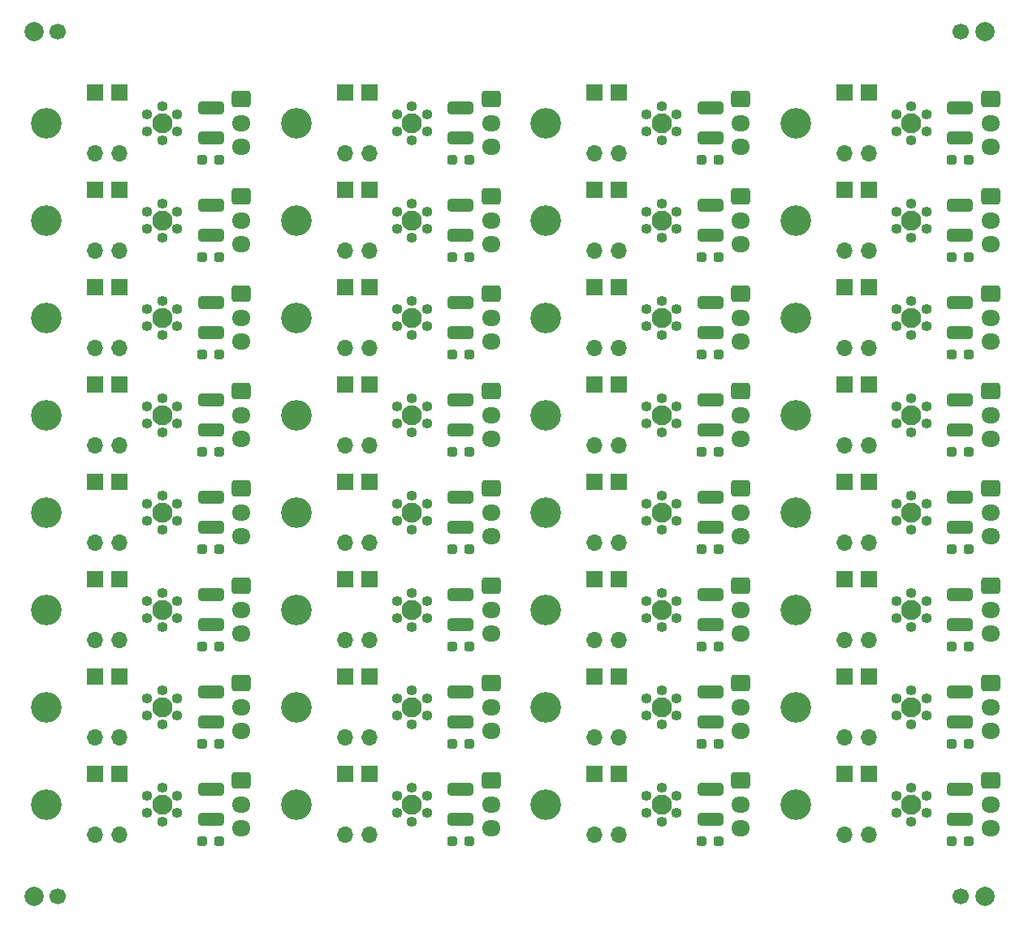
<source format=gbr>
%TF.GenerationSoftware,KiCad,Pcbnew,8.0.8*%
%TF.CreationDate,2025-02-21T18:04:56+11:00*%
%TF.ProjectId,panel,70616e65-6c2e-46b6-9963-61645f706362,rev?*%
%TF.SameCoordinates,Original*%
%TF.FileFunction,Soldermask,Top*%
%TF.FilePolarity,Negative*%
%FSLAX46Y46*%
G04 Gerber Fmt 4.6, Leading zero omitted, Abs format (unit mm)*
G04 Created by KiCad (PCBNEW 8.0.8) date 2025-02-21 18:04:56*
%MOMM*%
%LPD*%
G01*
G04 APERTURE LIST*
G04 Aperture macros list*
%AMRoundRect*
0 Rectangle with rounded corners*
0 $1 Rounding radius*
0 $2 $3 $4 $5 $6 $7 $8 $9 X,Y pos of 4 corners*
0 Add a 4 corners polygon primitive as box body*
4,1,4,$2,$3,$4,$5,$6,$7,$8,$9,$2,$3,0*
0 Add four circle primitives for the rounded corners*
1,1,$1+$1,$2,$3*
1,1,$1+$1,$4,$5*
1,1,$1+$1,$6,$7*
1,1,$1+$1,$8,$9*
0 Add four rect primitives between the rounded corners*
20,1,$1+$1,$2,$3,$4,$5,0*
20,1,$1+$1,$4,$5,$6,$7,0*
20,1,$1+$1,$6,$7,$8,$9,0*
20,1,$1+$1,$8,$9,$2,$3,0*%
G04 Aperture macros list end*
%ADD10O,1.100000X1.100000*%
%ADD11C,3.200000*%
%ADD12O,1.700000X1.700000*%
%ADD13R,1.700000X1.700000*%
%ADD14RoundRect,0.237500X0.287500X0.237500X-0.287500X0.237500X-0.287500X-0.237500X0.287500X-0.237500X0*%
%ADD15RoundRect,0.250000X-1.075000X0.400000X-1.075000X-0.400000X1.075000X-0.400000X1.075000X0.400000X0*%
%ADD16C,2.000000*%
%ADD17C,1.700000*%
%ADD18RoundRect,0.250000X-0.725000X0.600000X-0.725000X-0.600000X0.725000X-0.600000X0.725000X0.600000X0*%
%ADD19O,1.950000X1.700000*%
%ADD20C,2.100000*%
G04 APERTURE END LIST*
D10*
%TO.C,H2*%
X162816155Y-81979500D03*
X162816155Y-83779500D03*
X164375000Y-81079500D03*
X164375000Y-84679500D03*
X165933845Y-81979500D03*
X165933845Y-83779499D03*
%TD*%
D11*
%TO.C,H1*%
X100240000Y-32079500D03*
%TD*%
D12*
%TO.C,J9*%
X131350000Y-86054500D03*
X133890000Y-86054500D03*
%TD*%
D10*
%TO.C,H2*%
X136781155Y-41339500D03*
X136781155Y-43139500D03*
X138340000Y-40439500D03*
X138340000Y-44039500D03*
X139898845Y-41339500D03*
X139898845Y-43139499D03*
%TD*%
D11*
%TO.C,H1*%
X152310000Y-32079500D03*
%TD*%
D13*
%TO.C,J8*%
X131350000Y-39064500D03*
X133890000Y-39064500D03*
%TD*%
D10*
%TO.C,H2*%
X136781155Y-71819500D03*
X136781155Y-73619500D03*
X138340000Y-70919500D03*
X138340000Y-74519500D03*
X139898845Y-71819500D03*
X139898845Y-73619499D03*
%TD*%
D12*
%TO.C,J9*%
X157385000Y-45414500D03*
X159925000Y-45414500D03*
%TD*%
D10*
%TO.C,H2*%
X110746155Y-41339500D03*
X110746155Y-43139500D03*
X112305000Y-40439500D03*
X112305000Y-44039500D03*
X113863845Y-41339500D03*
X113863845Y-43139499D03*
%TD*%
D14*
%TO.C,D1*%
X144295000Y-66369500D03*
X142545000Y-66369500D03*
%TD*%
D11*
%TO.C,H1*%
X152310000Y-72719500D03*
%TD*%
%TO.C,H1*%
X178345000Y-42239500D03*
%TD*%
D14*
%TO.C,D1*%
X196365000Y-76529500D03*
X194615000Y-76529500D03*
%TD*%
D12*
%TO.C,J9*%
X105315000Y-55574500D03*
X107855000Y-55574500D03*
%TD*%
D15*
%TO.C,R1*%
X169455000Y-61009500D03*
X169455000Y-64109500D03*
%TD*%
D14*
%TO.C,D1*%
X118260000Y-66369500D03*
X116510000Y-66369500D03*
%TD*%
%TO.C,D1*%
X144295000Y-96849500D03*
X142545000Y-96849500D03*
%TD*%
D16*
%TO.C,KiKit_TO_1*%
X98930000Y-22500000D03*
%TD*%
D10*
%TO.C,H2*%
X136781155Y-102299500D03*
X136781155Y-104099500D03*
X138340000Y-101399500D03*
X138340000Y-104999500D03*
X139898845Y-102299500D03*
X139898845Y-104099499D03*
%TD*%
%TO.C,H2*%
X162816155Y-71819500D03*
X162816155Y-73619500D03*
X164375000Y-70919500D03*
X164375000Y-74519500D03*
X165933845Y-71819500D03*
X165933845Y-73619499D03*
%TD*%
D15*
%TO.C,R1*%
X169455000Y-30529500D03*
X169455000Y-33629500D03*
%TD*%
D11*
%TO.C,H1*%
X126275000Y-82879500D03*
%TD*%
D13*
%TO.C,J8*%
X157385000Y-69544500D03*
X159925000Y-69544500D03*
%TD*%
D14*
%TO.C,D1*%
X196365000Y-86689500D03*
X194615000Y-86689500D03*
%TD*%
%TO.C,D1*%
X170330000Y-76529500D03*
X168580000Y-76529500D03*
%TD*%
D12*
%TO.C,J9*%
X131350000Y-75894500D03*
X133890000Y-75894500D03*
%TD*%
%TO.C,J9*%
X131350000Y-55574500D03*
X133890000Y-55574500D03*
%TD*%
D10*
%TO.C,H2*%
X136781155Y-81979500D03*
X136781155Y-83779500D03*
X138340000Y-81079500D03*
X138340000Y-84679500D03*
X139898845Y-81979500D03*
X139898845Y-83779499D03*
%TD*%
D12*
%TO.C,J9*%
X131350000Y-96214500D03*
X133890000Y-96214500D03*
%TD*%
D15*
%TO.C,R1*%
X143420000Y-91489500D03*
X143420000Y-94589500D03*
%TD*%
%TO.C,R1*%
X195490000Y-50849500D03*
X195490000Y-53949500D03*
%TD*%
D14*
%TO.C,D1*%
X118260000Y-86689500D03*
X116510000Y-86689500D03*
%TD*%
%TO.C,D1*%
X144295000Y-56209500D03*
X142545000Y-56209500D03*
%TD*%
D13*
%TO.C,J8*%
X105315000Y-39064500D03*
X107855000Y-39064500D03*
%TD*%
D14*
%TO.C,D1*%
X144295000Y-46049500D03*
X142545000Y-46049500D03*
%TD*%
D13*
%TO.C,J8*%
X183420000Y-100024500D03*
X185960000Y-100024500D03*
%TD*%
D11*
%TO.C,H1*%
X100240000Y-42239500D03*
%TD*%
D13*
%TO.C,J8*%
X183420000Y-39064500D03*
X185960000Y-39064500D03*
%TD*%
%TO.C,J8*%
X183420000Y-69544500D03*
X185960000Y-69544500D03*
%TD*%
%TO.C,J8*%
X183420000Y-59384500D03*
X185960000Y-59384500D03*
%TD*%
D17*
%TO.C,KiKit_FID_T_1*%
X101430000Y-22500000D03*
%TD*%
D10*
%TO.C,H2*%
X188851155Y-51499500D03*
X188851155Y-53299500D03*
X190410000Y-50599500D03*
X190410000Y-54199500D03*
X191968845Y-51499500D03*
X191968845Y-53299499D03*
%TD*%
%TO.C,H2*%
X136781155Y-92139500D03*
X136781155Y-93939500D03*
X138340000Y-91239500D03*
X138340000Y-94839500D03*
X139898845Y-92139500D03*
X139898845Y-93939499D03*
%TD*%
D12*
%TO.C,J9*%
X157385000Y-106374500D03*
X159925000Y-106374500D03*
%TD*%
D10*
%TO.C,H2*%
X162816155Y-41339500D03*
X162816155Y-43139500D03*
X164375000Y-40439500D03*
X164375000Y-44039500D03*
X165933845Y-41339500D03*
X165933845Y-43139499D03*
%TD*%
D15*
%TO.C,R1*%
X117385000Y-50849500D03*
X117385000Y-53949500D03*
%TD*%
D11*
%TO.C,H1*%
X152310000Y-82879500D03*
%TD*%
D10*
%TO.C,H2*%
X136781155Y-31179500D03*
X136781155Y-32979500D03*
X138340000Y-30279500D03*
X138340000Y-33879500D03*
X139898845Y-31179500D03*
X139898845Y-32979499D03*
%TD*%
D13*
%TO.C,J8*%
X157385000Y-28904500D03*
X159925000Y-28904500D03*
%TD*%
D15*
%TO.C,R1*%
X143420000Y-50849500D03*
X143420000Y-53949500D03*
%TD*%
D13*
%TO.C,J8*%
X183420000Y-28904500D03*
X185960000Y-28904500D03*
%TD*%
%TO.C,J8*%
X105315000Y-28904500D03*
X107855000Y-28904500D03*
%TD*%
D10*
%TO.C,H2*%
X188851155Y-61659500D03*
X188851155Y-63459500D03*
X190410000Y-60759500D03*
X190410000Y-64359500D03*
X191968845Y-61659500D03*
X191968845Y-63459499D03*
%TD*%
%TO.C,H2*%
X110746155Y-31179500D03*
X110746155Y-32979500D03*
X112305000Y-30279500D03*
X112305000Y-33879500D03*
X113863845Y-31179500D03*
X113863845Y-32979499D03*
%TD*%
%TO.C,H2*%
X188851155Y-92139500D03*
X188851155Y-93939500D03*
X190410000Y-91239500D03*
X190410000Y-94839500D03*
X191968845Y-92139500D03*
X191968845Y-93939499D03*
%TD*%
D14*
%TO.C,D1*%
X118260000Y-35889500D03*
X116510000Y-35889500D03*
%TD*%
D13*
%TO.C,J8*%
X157385000Y-89864500D03*
X159925000Y-89864500D03*
%TD*%
D15*
%TO.C,R1*%
X169455000Y-71169500D03*
X169455000Y-74269500D03*
%TD*%
D14*
%TO.C,D1*%
X196365000Y-46049500D03*
X194615000Y-46049500D03*
%TD*%
D10*
%TO.C,H2*%
X110746155Y-61659500D03*
X110746155Y-63459500D03*
X112305000Y-60759500D03*
X112305000Y-64359500D03*
X113863845Y-61659500D03*
X113863845Y-63459499D03*
%TD*%
D14*
%TO.C,D1*%
X118260000Y-46049500D03*
X116510000Y-46049500D03*
%TD*%
D10*
%TO.C,H2*%
X188851155Y-81979500D03*
X188851155Y-83779500D03*
X190410000Y-81079500D03*
X190410000Y-84679500D03*
X191968845Y-81979500D03*
X191968845Y-83779499D03*
%TD*%
D13*
%TO.C,J8*%
X105315000Y-79704500D03*
X107855000Y-79704500D03*
%TD*%
D11*
%TO.C,H1*%
X152310000Y-93039500D03*
%TD*%
D10*
%TO.C,H2*%
X110746155Y-92139500D03*
X110746155Y-93939500D03*
X112305000Y-91239500D03*
X112305000Y-94839500D03*
X113863845Y-92139500D03*
X113863845Y-93939499D03*
%TD*%
D17*
%TO.C,KiKit_FID_T_2*%
X195570000Y-22500000D03*
%TD*%
D14*
%TO.C,D1*%
X170330000Y-66369500D03*
X168580000Y-66369500D03*
%TD*%
D10*
%TO.C,H2*%
X188851155Y-41339500D03*
X188851155Y-43139500D03*
X190410000Y-40439500D03*
X190410000Y-44039500D03*
X191968845Y-41339500D03*
X191968845Y-43139499D03*
%TD*%
D12*
%TO.C,J9*%
X157385000Y-65734500D03*
X159925000Y-65734500D03*
%TD*%
D11*
%TO.C,H1*%
X178345000Y-82879500D03*
%TD*%
D12*
%TO.C,J9*%
X183420000Y-75894500D03*
X185960000Y-75894500D03*
%TD*%
%TO.C,J9*%
X183420000Y-86054500D03*
X185960000Y-86054500D03*
%TD*%
D10*
%TO.C,H2*%
X188851155Y-102299500D03*
X188851155Y-104099500D03*
X190410000Y-101399500D03*
X190410000Y-104999500D03*
X191968845Y-102299500D03*
X191968845Y-104099499D03*
%TD*%
%TO.C,H2*%
X162816155Y-61659500D03*
X162816155Y-63459500D03*
X164375000Y-60759500D03*
X164375000Y-64359500D03*
X165933845Y-61659500D03*
X165933845Y-63459499D03*
%TD*%
D11*
%TO.C,H1*%
X152310000Y-62559500D03*
%TD*%
D14*
%TO.C,D1*%
X196365000Y-96849500D03*
X194615000Y-96849500D03*
%TD*%
D11*
%TO.C,H1*%
X100240000Y-72719500D03*
%TD*%
D12*
%TO.C,J9*%
X183420000Y-45414500D03*
X185960000Y-45414500D03*
%TD*%
D15*
%TO.C,R1*%
X117385000Y-91489500D03*
X117385000Y-94589500D03*
%TD*%
%TO.C,R1*%
X169455000Y-40689500D03*
X169455000Y-43789500D03*
%TD*%
%TO.C,R1*%
X195490000Y-91489500D03*
X195490000Y-94589500D03*
%TD*%
D12*
%TO.C,J9*%
X157385000Y-55574500D03*
X159925000Y-55574500D03*
%TD*%
D13*
%TO.C,J8*%
X131350000Y-28904500D03*
X133890000Y-28904500D03*
%TD*%
D12*
%TO.C,J9*%
X157385000Y-96214500D03*
X159925000Y-96214500D03*
%TD*%
D14*
%TO.C,D1*%
X170330000Y-35889500D03*
X168580000Y-35889500D03*
%TD*%
D11*
%TO.C,H1*%
X100240000Y-62559500D03*
%TD*%
D12*
%TO.C,J9*%
X131350000Y-65734500D03*
X133890000Y-65734500D03*
%TD*%
D11*
%TO.C,H1*%
X100240000Y-103199500D03*
%TD*%
D12*
%TO.C,J9*%
X183420000Y-55574500D03*
X185960000Y-55574500D03*
%TD*%
D15*
%TO.C,R1*%
X143420000Y-101649500D03*
X143420000Y-104749500D03*
%TD*%
D10*
%TO.C,H2*%
X188851155Y-71819500D03*
X188851155Y-73619500D03*
X190410000Y-70919500D03*
X190410000Y-74519500D03*
X191968845Y-71819500D03*
X191968845Y-73619499D03*
%TD*%
%TO.C,H2*%
X110746155Y-71819500D03*
X110746155Y-73619500D03*
X112305000Y-70919500D03*
X112305000Y-74519500D03*
X113863845Y-71819500D03*
X113863845Y-73619499D03*
%TD*%
D14*
%TO.C,D1*%
X196365000Y-66369500D03*
X194615000Y-66369500D03*
%TD*%
D11*
%TO.C,H1*%
X152310000Y-52399500D03*
%TD*%
D14*
%TO.C,D1*%
X170330000Y-56209500D03*
X168580000Y-56209500D03*
%TD*%
D16*
%TO.C,KiKit_TO_3*%
X98930000Y-112779500D03*
%TD*%
D15*
%TO.C,R1*%
X169455000Y-50849500D03*
X169455000Y-53949500D03*
%TD*%
D12*
%TO.C,J9*%
X183420000Y-65734500D03*
X185960000Y-65734500D03*
%TD*%
D13*
%TO.C,J8*%
X131350000Y-79704500D03*
X133890000Y-79704500D03*
%TD*%
D14*
%TO.C,D1*%
X170330000Y-46049500D03*
X168580000Y-46049500D03*
%TD*%
D15*
%TO.C,R1*%
X117385000Y-101649500D03*
X117385000Y-104749500D03*
%TD*%
D13*
%TO.C,J8*%
X157385000Y-59384500D03*
X159925000Y-59384500D03*
%TD*%
D15*
%TO.C,R1*%
X195490000Y-40689500D03*
X195490000Y-43789500D03*
%TD*%
D11*
%TO.C,H1*%
X178345000Y-103199500D03*
%TD*%
%TO.C,H1*%
X126275000Y-32079500D03*
%TD*%
D14*
%TO.C,D1*%
X170330000Y-96849500D03*
X168580000Y-96849500D03*
%TD*%
D13*
%TO.C,J8*%
X131350000Y-100024500D03*
X133890000Y-100024500D03*
%TD*%
D11*
%TO.C,H1*%
X126275000Y-103199500D03*
%TD*%
D13*
%TO.C,J8*%
X131350000Y-89864500D03*
X133890000Y-89864500D03*
%TD*%
D12*
%TO.C,J9*%
X183420000Y-106374500D03*
X185960000Y-106374500D03*
%TD*%
D15*
%TO.C,R1*%
X195490000Y-101649500D03*
X195490000Y-104749500D03*
%TD*%
D14*
%TO.C,D1*%
X144295000Y-107009500D03*
X142545000Y-107009500D03*
%TD*%
%TO.C,D1*%
X118260000Y-76529500D03*
X116510000Y-76529500D03*
%TD*%
%TO.C,D1*%
X170330000Y-107009500D03*
X168580000Y-107009500D03*
%TD*%
D12*
%TO.C,J9*%
X157385000Y-35254500D03*
X159925000Y-35254500D03*
%TD*%
%TO.C,J9*%
X131350000Y-45414500D03*
X133890000Y-45414500D03*
%TD*%
D15*
%TO.C,R1*%
X143420000Y-61009500D03*
X143420000Y-64109500D03*
%TD*%
D10*
%TO.C,H2*%
X162816155Y-31179500D03*
X162816155Y-32979500D03*
X164375000Y-30279500D03*
X164375000Y-33879500D03*
X165933845Y-31179500D03*
X165933845Y-32979499D03*
%TD*%
D12*
%TO.C,J9*%
X157385000Y-86054500D03*
X159925000Y-86054500D03*
%TD*%
D15*
%TO.C,R1*%
X143420000Y-30529500D03*
X143420000Y-33629500D03*
%TD*%
%TO.C,R1*%
X195490000Y-61009500D03*
X195490000Y-64109500D03*
%TD*%
D10*
%TO.C,H2*%
X136781155Y-61659500D03*
X136781155Y-63459500D03*
X138340000Y-60759500D03*
X138340000Y-64359500D03*
X139898845Y-61659500D03*
X139898845Y-63459499D03*
%TD*%
D17*
%TO.C,KiKit_FID_T_4*%
X195570000Y-112779500D03*
%TD*%
%TO.C,KiKit_FID_T_3*%
X101430000Y-112779500D03*
%TD*%
D12*
%TO.C,J9*%
X157385000Y-75894500D03*
X159925000Y-75894500D03*
%TD*%
D13*
%TO.C,J8*%
X131350000Y-69544500D03*
X133890000Y-69544500D03*
%TD*%
D12*
%TO.C,J9*%
X105315000Y-96214500D03*
X107855000Y-96214500D03*
%TD*%
D13*
%TO.C,J8*%
X131350000Y-49224500D03*
X133890000Y-49224500D03*
%TD*%
D11*
%TO.C,H1*%
X126275000Y-93039500D03*
%TD*%
D15*
%TO.C,R1*%
X143420000Y-81329500D03*
X143420000Y-84429500D03*
%TD*%
%TO.C,R1*%
X117385000Y-61009500D03*
X117385000Y-64109500D03*
%TD*%
%TO.C,R1*%
X117385000Y-40689500D03*
X117385000Y-43789500D03*
%TD*%
D10*
%TO.C,H2*%
X110746155Y-51499500D03*
X110746155Y-53299500D03*
X112305000Y-50599500D03*
X112305000Y-54199500D03*
X113863845Y-51499500D03*
X113863845Y-53299499D03*
%TD*%
D15*
%TO.C,R1*%
X195490000Y-81329500D03*
X195490000Y-84429500D03*
%TD*%
D10*
%TO.C,H2*%
X162816155Y-92139500D03*
X162816155Y-93939500D03*
X164375000Y-91239500D03*
X164375000Y-94839500D03*
X165933845Y-92139500D03*
X165933845Y-93939499D03*
%TD*%
D15*
%TO.C,R1*%
X117385000Y-71169500D03*
X117385000Y-74269500D03*
%TD*%
D12*
%TO.C,J9*%
X105315000Y-65734500D03*
X107855000Y-65734500D03*
%TD*%
D10*
%TO.C,H2*%
X110746155Y-81979500D03*
X110746155Y-83779500D03*
X112305000Y-81079500D03*
X112305000Y-84679500D03*
X113863845Y-81979500D03*
X113863845Y-83779499D03*
%TD*%
D13*
%TO.C,J8*%
X183420000Y-89864500D03*
X185960000Y-89864500D03*
%TD*%
D15*
%TO.C,R1*%
X143420000Y-40689500D03*
X143420000Y-43789500D03*
%TD*%
D10*
%TO.C,H2*%
X162816155Y-102299500D03*
X162816155Y-104099500D03*
X164375000Y-101399500D03*
X164375000Y-104999500D03*
X165933845Y-102299500D03*
X165933845Y-104099499D03*
%TD*%
D14*
%TO.C,D1*%
X118260000Y-107009500D03*
X116510000Y-107009500D03*
%TD*%
D11*
%TO.C,H1*%
X178345000Y-72719500D03*
%TD*%
D13*
%TO.C,J8*%
X183420000Y-79704500D03*
X185960000Y-79704500D03*
%TD*%
%TO.C,J8*%
X105315000Y-89864500D03*
X107855000Y-89864500D03*
%TD*%
D14*
%TO.C,D1*%
X118260000Y-56209500D03*
X116510000Y-56209500D03*
%TD*%
%TO.C,D1*%
X170330000Y-86689500D03*
X168580000Y-86689500D03*
%TD*%
D13*
%TO.C,J8*%
X105315000Y-59384500D03*
X107855000Y-59384500D03*
%TD*%
D15*
%TO.C,R1*%
X117385000Y-81329500D03*
X117385000Y-84429500D03*
%TD*%
D12*
%TO.C,J9*%
X131350000Y-106374500D03*
X133890000Y-106374500D03*
%TD*%
D13*
%TO.C,J8*%
X131350000Y-59384500D03*
X133890000Y-59384500D03*
%TD*%
D14*
%TO.C,D1*%
X196365000Y-56209500D03*
X194615000Y-56209500D03*
%TD*%
%TO.C,D1*%
X144295000Y-86689500D03*
X142545000Y-86689500D03*
%TD*%
D10*
%TO.C,H2*%
X136781155Y-51499500D03*
X136781155Y-53299500D03*
X138340000Y-50599500D03*
X138340000Y-54199500D03*
X139898845Y-51499500D03*
X139898845Y-53299499D03*
%TD*%
D11*
%TO.C,H1*%
X178345000Y-52399500D03*
%TD*%
D12*
%TO.C,J9*%
X131350000Y-35254500D03*
X133890000Y-35254500D03*
%TD*%
%TO.C,J9*%
X105315000Y-106374500D03*
X107855000Y-106374500D03*
%TD*%
D11*
%TO.C,H1*%
X100240000Y-52399500D03*
%TD*%
D13*
%TO.C,J8*%
X105315000Y-100024500D03*
X107855000Y-100024500D03*
%TD*%
D14*
%TO.C,D1*%
X118260000Y-96849500D03*
X116510000Y-96849500D03*
%TD*%
D13*
%TO.C,J8*%
X157385000Y-39064500D03*
X159925000Y-39064500D03*
%TD*%
D14*
%TO.C,D1*%
X196365000Y-35889500D03*
X194615000Y-35889500D03*
%TD*%
D10*
%TO.C,H2*%
X188851155Y-31179500D03*
X188851155Y-32979500D03*
X190410000Y-30279500D03*
X190410000Y-33879500D03*
X191968845Y-31179500D03*
X191968845Y-32979499D03*
%TD*%
D13*
%TO.C,J8*%
X183420000Y-49224500D03*
X185960000Y-49224500D03*
%TD*%
D11*
%TO.C,H1*%
X126275000Y-52399500D03*
%TD*%
D12*
%TO.C,J9*%
X105315000Y-45414500D03*
X107855000Y-45414500D03*
%TD*%
%TO.C,J9*%
X105315000Y-35254500D03*
X107855000Y-35254500D03*
%TD*%
D13*
%TO.C,J8*%
X157385000Y-100024500D03*
X159925000Y-100024500D03*
%TD*%
%TO.C,J8*%
X105315000Y-69544500D03*
X107855000Y-69544500D03*
%TD*%
D10*
%TO.C,H2*%
X110746155Y-102299500D03*
X110746155Y-104099500D03*
X112305000Y-101399500D03*
X112305000Y-104999500D03*
X113863845Y-102299500D03*
X113863845Y-104099499D03*
%TD*%
D15*
%TO.C,R1*%
X195490000Y-30529500D03*
X195490000Y-33629500D03*
%TD*%
D14*
%TO.C,D1*%
X144295000Y-35889500D03*
X142545000Y-35889500D03*
%TD*%
D11*
%TO.C,H1*%
X178345000Y-93039500D03*
%TD*%
%TO.C,H1*%
X100240000Y-82879500D03*
%TD*%
%TO.C,H1*%
X126275000Y-72719500D03*
%TD*%
D15*
%TO.C,R1*%
X169455000Y-81329500D03*
X169455000Y-84429500D03*
%TD*%
D16*
%TO.C,KiKit_TO_4*%
X198070000Y-112779500D03*
%TD*%
D13*
%TO.C,J8*%
X157385000Y-49224500D03*
X159925000Y-49224500D03*
%TD*%
D15*
%TO.C,R1*%
X169455000Y-101649500D03*
X169455000Y-104749500D03*
%TD*%
D11*
%TO.C,H1*%
X100240000Y-93039500D03*
%TD*%
%TO.C,H1*%
X126275000Y-42239500D03*
%TD*%
%TO.C,H1*%
X152310000Y-42239500D03*
%TD*%
%TO.C,H1*%
X178345000Y-32079500D03*
%TD*%
D12*
%TO.C,J9*%
X183420000Y-35254500D03*
X185960000Y-35254500D03*
%TD*%
D15*
%TO.C,R1*%
X169455000Y-91489500D03*
X169455000Y-94589500D03*
%TD*%
D11*
%TO.C,H1*%
X178345000Y-62559500D03*
%TD*%
D13*
%TO.C,J8*%
X157385000Y-79704500D03*
X159925000Y-79704500D03*
%TD*%
D14*
%TO.C,D1*%
X144295000Y-76529500D03*
X142545000Y-76529500D03*
%TD*%
D15*
%TO.C,R1*%
X143420000Y-71169500D03*
X143420000Y-74269500D03*
%TD*%
D12*
%TO.C,J9*%
X105315000Y-75894500D03*
X107855000Y-75894500D03*
%TD*%
D11*
%TO.C,H1*%
X126275000Y-62559500D03*
%TD*%
D16*
%TO.C,KiKit_TO_2*%
X198070000Y-22500000D03*
%TD*%
D12*
%TO.C,J9*%
X183420000Y-96214500D03*
X185960000Y-96214500D03*
%TD*%
D14*
%TO.C,D1*%
X196365000Y-107009500D03*
X194615000Y-107009500D03*
%TD*%
D11*
%TO.C,H1*%
X152310000Y-103199500D03*
%TD*%
D15*
%TO.C,R1*%
X117385000Y-30529500D03*
X117385000Y-33629500D03*
%TD*%
D13*
%TO.C,J8*%
X105315000Y-49224500D03*
X107855000Y-49224500D03*
%TD*%
D12*
%TO.C,J9*%
X105315000Y-86054500D03*
X107855000Y-86054500D03*
%TD*%
D10*
%TO.C,H2*%
X162816155Y-51499500D03*
X162816155Y-53299500D03*
X164375000Y-50599500D03*
X164375000Y-54199500D03*
X165933845Y-51499500D03*
X165933845Y-53299499D03*
%TD*%
D15*
%TO.C,R1*%
X195490000Y-71169500D03*
X195490000Y-74269500D03*
%TD*%
D18*
%TO.C,J3*%
X172630000Y-39739500D03*
D19*
X172630000Y-42239500D03*
X172630000Y-44739500D03*
%TD*%
D18*
%TO.C,J3*%
X172630000Y-80379500D03*
D19*
X172630000Y-82879500D03*
X172630000Y-85379500D03*
%TD*%
D18*
%TO.C,J3*%
X146595000Y-80379500D03*
D19*
X146595000Y-82879500D03*
X146595000Y-85379500D03*
%TD*%
D20*
%TO.C,H4*%
X190410000Y-103199500D03*
%TD*%
%TO.C,H4*%
X112305000Y-82879500D03*
%TD*%
D18*
%TO.C,J3*%
X120560000Y-70219500D03*
D19*
X120560000Y-72719500D03*
X120560000Y-75219500D03*
%TD*%
D20*
%TO.C,H4*%
X112305000Y-93039500D03*
%TD*%
D18*
%TO.C,J3*%
X198665000Y-60059500D03*
D19*
X198665000Y-62559500D03*
X198665000Y-65059500D03*
%TD*%
D18*
%TO.C,J3*%
X198665000Y-49899500D03*
D19*
X198665000Y-52399500D03*
X198665000Y-54899500D03*
%TD*%
D20*
%TO.C,H4*%
X190410000Y-52399500D03*
%TD*%
%TO.C,H4*%
X112305000Y-32079500D03*
%TD*%
%TO.C,H4*%
X112305000Y-42239500D03*
%TD*%
%TO.C,H4*%
X164375000Y-42239500D03*
%TD*%
%TO.C,H4*%
X164375000Y-52399500D03*
%TD*%
%TO.C,H4*%
X164375000Y-82879500D03*
%TD*%
D18*
%TO.C,J3*%
X146595000Y-100699500D03*
D19*
X146595000Y-103199500D03*
X146595000Y-105699500D03*
%TD*%
D20*
%TO.C,H4*%
X190410000Y-82879500D03*
%TD*%
%TO.C,H4*%
X138340000Y-93039500D03*
%TD*%
%TO.C,H4*%
X138340000Y-42239500D03*
%TD*%
D18*
%TO.C,J3*%
X146595000Y-90539500D03*
D19*
X146595000Y-93039500D03*
X146595000Y-95539500D03*
%TD*%
D18*
%TO.C,J3*%
X120560000Y-90539500D03*
D19*
X120560000Y-93039500D03*
X120560000Y-95539500D03*
%TD*%
D18*
%TO.C,J3*%
X146595000Y-49899500D03*
D19*
X146595000Y-52399500D03*
X146595000Y-54899500D03*
%TD*%
D18*
%TO.C,J3*%
X172630000Y-90539500D03*
D19*
X172630000Y-93039500D03*
X172630000Y-95539500D03*
%TD*%
D20*
%TO.C,H4*%
X190410000Y-62559500D03*
%TD*%
%TO.C,H4*%
X112305000Y-62559500D03*
%TD*%
%TO.C,H4*%
X112305000Y-103199500D03*
%TD*%
D18*
%TO.C,J3*%
X172630000Y-60059500D03*
D19*
X172630000Y-62559500D03*
X172630000Y-65059500D03*
%TD*%
D20*
%TO.C,H4*%
X138340000Y-32079500D03*
%TD*%
D18*
%TO.C,J3*%
X172630000Y-100699500D03*
D19*
X172630000Y-103199500D03*
X172630000Y-105699500D03*
%TD*%
D18*
%TO.C,J3*%
X198665000Y-70219500D03*
D19*
X198665000Y-72719500D03*
X198665000Y-75219500D03*
%TD*%
D20*
%TO.C,H4*%
X164375000Y-62559500D03*
%TD*%
D18*
%TO.C,J3*%
X146595000Y-70219500D03*
D19*
X146595000Y-72719500D03*
X146595000Y-75219500D03*
%TD*%
D18*
%TO.C,J3*%
X146595000Y-29579500D03*
D19*
X146595000Y-32079500D03*
X146595000Y-34579500D03*
%TD*%
D18*
%TO.C,J3*%
X172630000Y-29579500D03*
D19*
X172630000Y-32079500D03*
X172630000Y-34579500D03*
%TD*%
D20*
%TO.C,H4*%
X138340000Y-82879500D03*
%TD*%
D18*
%TO.C,J3*%
X198665000Y-90539500D03*
D19*
X198665000Y-93039500D03*
X198665000Y-95539500D03*
%TD*%
D20*
%TO.C,H4*%
X138340000Y-72719500D03*
%TD*%
D18*
%TO.C,J3*%
X198665000Y-39739500D03*
D19*
X198665000Y-42239500D03*
X198665000Y-44739500D03*
%TD*%
D18*
%TO.C,J3*%
X120560000Y-80379500D03*
D19*
X120560000Y-82879500D03*
X120560000Y-85379500D03*
%TD*%
D20*
%TO.C,H4*%
X190410000Y-72719500D03*
%TD*%
%TO.C,H4*%
X164375000Y-103199500D03*
%TD*%
%TO.C,H4*%
X190410000Y-32079500D03*
%TD*%
D18*
%TO.C,J3*%
X120560000Y-49899500D03*
D19*
X120560000Y-52399500D03*
X120560000Y-54899500D03*
%TD*%
D18*
%TO.C,J3*%
X120560000Y-29579500D03*
D19*
X120560000Y-32079500D03*
X120560000Y-34579500D03*
%TD*%
D18*
%TO.C,J3*%
X120560000Y-100699500D03*
D19*
X120560000Y-103199500D03*
X120560000Y-105699500D03*
%TD*%
D18*
%TO.C,J3*%
X172630000Y-49899500D03*
D19*
X172630000Y-52399500D03*
X172630000Y-54899500D03*
%TD*%
D18*
%TO.C,J3*%
X198665000Y-29579500D03*
D19*
X198665000Y-32079500D03*
X198665000Y-34579500D03*
%TD*%
D18*
%TO.C,J3*%
X198665000Y-80379500D03*
D19*
X198665000Y-82879500D03*
X198665000Y-85379500D03*
%TD*%
D20*
%TO.C,H4*%
X164375000Y-72719500D03*
%TD*%
D18*
%TO.C,J3*%
X120560000Y-60059500D03*
D19*
X120560000Y-62559500D03*
X120560000Y-65059500D03*
%TD*%
D20*
%TO.C,H4*%
X112305000Y-72719500D03*
%TD*%
%TO.C,H4*%
X138340000Y-62559500D03*
%TD*%
D18*
%TO.C,J3*%
X198665000Y-100699500D03*
D19*
X198665000Y-103199500D03*
X198665000Y-105699500D03*
%TD*%
D20*
%TO.C,H4*%
X190410000Y-93039500D03*
%TD*%
D18*
%TO.C,J3*%
X146595000Y-60059500D03*
D19*
X146595000Y-62559500D03*
X146595000Y-65059500D03*
%TD*%
D20*
%TO.C,H4*%
X112305000Y-52399500D03*
%TD*%
%TO.C,H4*%
X190410000Y-42239500D03*
%TD*%
%TO.C,H4*%
X138340000Y-103199500D03*
%TD*%
D18*
%TO.C,J3*%
X146595000Y-39739500D03*
D19*
X146595000Y-42239500D03*
X146595000Y-44739500D03*
%TD*%
D20*
%TO.C,H4*%
X164375000Y-32079500D03*
%TD*%
%TO.C,H4*%
X164375000Y-93039500D03*
%TD*%
%TO.C,H4*%
X138340000Y-52399500D03*
%TD*%
D18*
%TO.C,J3*%
X120560000Y-39739500D03*
D19*
X120560000Y-42239500D03*
X120560000Y-44739500D03*
%TD*%
D18*
%TO.C,J3*%
X172630000Y-70219500D03*
D19*
X172630000Y-72719500D03*
X172630000Y-75219500D03*
%TD*%
M02*

</source>
